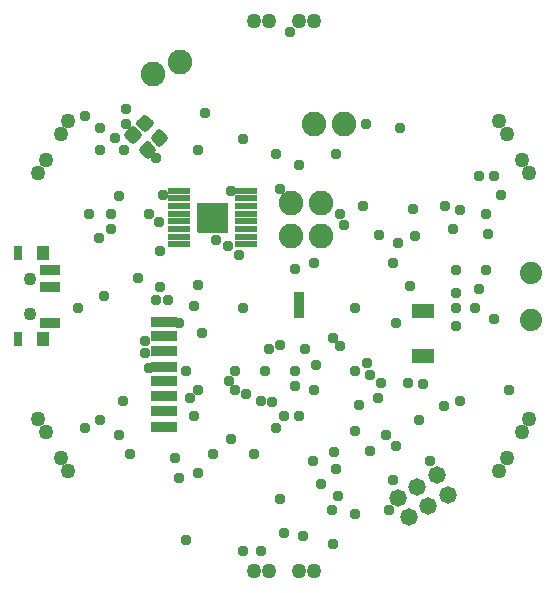
<source format=gbr>
G04 EAGLE Gerber RS-274X export*
G75*
%MOMM*%
%FSLAX34Y34*%
%LPD*%
%INSoldermask Bottom*%
%IPPOS*%
%AMOC8*
5,1,8,0,0,1.08239X$1,22.5*%
G01*
%ADD10R,2.203200X0.853200*%
%ADD11R,0.853200X2.203200*%
%ADD12C,2.082800*%
%ADD13R,1.703200X0.903200*%
%ADD14R,0.803200X1.203200*%
%ADD15R,1.003200X1.203200*%
%ADD16C,1.103200*%
%ADD17C,1.473200*%
%ADD18C,1.261200*%
%ADD19C,1.879600*%
%ADD20C,0.505344*%
%ADD21R,1.903200X1.203200*%
%ADD22R,1.879600X0.558800*%
%ADD23R,2.663200X2.513200*%
%ADD24C,0.959600*%

G36*
X168038Y332985D02*
X168038Y332985D01*
X168036Y332986D01*
X167993Y332966D01*
X167949Y332948D01*
X167949Y332946D01*
X167947Y332945D01*
X167914Y332860D01*
X167914Y308490D01*
X167915Y308488D01*
X167914Y308486D01*
X167934Y308443D01*
X167952Y308399D01*
X167954Y308399D01*
X167955Y308397D01*
X168040Y308364D01*
X193910Y308364D01*
X193912Y308365D01*
X193914Y308364D01*
X193957Y308384D01*
X194001Y308402D01*
X194001Y308404D01*
X194003Y308405D01*
X194036Y308490D01*
X194036Y332860D01*
X194036Y332862D01*
X194035Y332862D01*
X194036Y332864D01*
X194016Y332907D01*
X193998Y332951D01*
X193996Y332951D01*
X193995Y332953D01*
X193910Y332986D01*
X168040Y332986D01*
X168038Y332985D01*
G37*
%LPC*%
G36*
X171227Y322738D02*
X171227Y322738D01*
X171227Y326486D01*
X174975Y326486D01*
X174975Y322738D01*
X171227Y322738D01*
G37*
%LPD*%
%LPC*%
G36*
X179101Y322738D02*
X179101Y322738D01*
X179101Y326486D01*
X182849Y326486D01*
X182849Y322738D01*
X179101Y322738D01*
G37*
%LPD*%
%LPC*%
G36*
X186975Y322738D02*
X186975Y322738D01*
X186975Y326486D01*
X190723Y326486D01*
X190723Y322738D01*
X186975Y322738D01*
G37*
%LPD*%
%LPC*%
G36*
X171227Y314864D02*
X171227Y314864D01*
X171227Y318612D01*
X174975Y318612D01*
X174975Y314864D01*
X171227Y314864D01*
G37*
%LPD*%
%LPC*%
G36*
X179101Y314864D02*
X179101Y314864D01*
X179101Y318612D01*
X182849Y318612D01*
X182849Y314864D01*
X179101Y314864D01*
G37*
%LPD*%
%LPC*%
G36*
X186975Y314864D02*
X186975Y314864D01*
X186975Y318612D01*
X190723Y318612D01*
X190723Y314864D01*
X186975Y314864D01*
G37*
%LPD*%
D10*
X139700Y143000D03*
X139700Y156500D03*
X139700Y169500D03*
X139700Y182000D03*
X139700Y194500D03*
X139700Y207500D03*
X139700Y220000D03*
X139700Y232500D03*
D11*
X254600Y246600D03*
D12*
X247650Y333375D03*
X273050Y333375D03*
X273050Y304800D03*
X247650Y304800D03*
D13*
X43751Y276500D03*
X43751Y261500D03*
X43751Y231500D03*
D14*
X16251Y290500D03*
D15*
X37251Y290500D03*
D14*
X16251Y217500D03*
D15*
X37251Y217500D03*
D16*
X26251Y269000D03*
X26251Y239000D03*
D12*
X292100Y400050D03*
X266700Y400050D03*
D17*
X347324Y66713D03*
X363821Y76238D03*
X380319Y85763D03*
X370794Y102261D03*
X354296Y92736D03*
X337799Y83211D03*
D12*
X130770Y441816D03*
X153790Y452551D03*
D18*
X228600Y21050D03*
X254000Y21050D03*
X266700Y21050D03*
X215900Y21050D03*
X430068Y117001D03*
X442768Y138999D03*
X449118Y149997D03*
X423718Y106003D03*
X442768Y369001D03*
X430068Y390999D03*
X423718Y401997D03*
X449118Y358003D03*
X254000Y486950D03*
X228600Y486950D03*
X215900Y486950D03*
X266700Y486950D03*
X52532Y390999D03*
X39832Y369001D03*
X33482Y358003D03*
X58882Y401997D03*
X39832Y138999D03*
X52532Y117001D03*
X58882Y106003D03*
X33482Y149997D03*
D19*
X450850Y234000D03*
X450850Y274000D03*
D20*
X123597Y405246D02*
X118662Y400311D01*
X123597Y405246D02*
X128532Y400311D01*
X123597Y395376D01*
X118662Y400311D01*
X118797Y400176D02*
X128397Y400176D01*
X123867Y404976D02*
X123327Y404976D01*
X136000Y392843D02*
X131065Y387908D01*
X136000Y392843D02*
X140935Y387908D01*
X136000Y382973D01*
X131065Y387908D01*
X131200Y387773D02*
X140800Y387773D01*
X136270Y392573D02*
X135730Y392573D01*
X130848Y378109D02*
X125913Y373174D01*
X120978Y378109D01*
X125913Y383044D01*
X130848Y378109D01*
X130713Y377974D02*
X121113Y377974D01*
X125643Y382774D02*
X126183Y382774D01*
X118445Y390512D02*
X113510Y385577D01*
X108575Y390512D01*
X113510Y395447D01*
X118445Y390512D01*
X118310Y390377D02*
X108710Y390377D01*
X113240Y395177D02*
X113780Y395177D01*
D21*
X358775Y241250D03*
X358775Y203250D03*
D22*
X209169Y343425D03*
X209169Y336925D03*
X209169Y330425D03*
X209169Y323925D03*
X209169Y317425D03*
X209169Y310925D03*
X209169Y304425D03*
X209169Y297925D03*
X152781Y297925D03*
X152781Y304425D03*
X152781Y310925D03*
X152781Y317425D03*
X152781Y323925D03*
X152781Y330425D03*
X152781Y336925D03*
X152781Y343425D03*
D23*
X180975Y320675D03*
D24*
X85725Y377825D03*
X85725Y396875D03*
X107950Y412750D03*
X174625Y409575D03*
X234950Y374650D03*
X104775Y165100D03*
X419100Y234950D03*
X292100Y314325D03*
X149225Y117475D03*
X209550Y171450D03*
X301625Y244475D03*
X307975Y330200D03*
X321663Y305788D03*
X377825Y330200D03*
X314325Y187325D03*
X168275Y104775D03*
X365125Y114300D03*
X133350Y250825D03*
X117475Y269875D03*
X95250Y311150D03*
X266700Y174625D03*
X254000Y365125D03*
X285750Y374650D03*
X88900Y254000D03*
X206375Y387350D03*
X168275Y377825D03*
X222250Y38100D03*
X135918Y317164D03*
X333375Y98425D03*
X98425Y387854D03*
X73025Y142875D03*
X85725Y149225D03*
X267126Y282149D03*
X387350Y276225D03*
X412750Y276225D03*
X196850Y342900D03*
X203200Y288925D03*
X250543Y277297D03*
X384175Y311150D03*
X168275Y263525D03*
X76200Y323850D03*
X337941Y299518D03*
X282479Y73121D03*
X301625Y69568D03*
X330200Y73025D03*
X246178Y477953D03*
X133350Y371475D03*
X161925Y168275D03*
X165100Y245463D03*
X142875Y250825D03*
X136195Y261624D03*
X265712Y114300D03*
X165100Y152400D03*
X285750Y107950D03*
X273050Y95250D03*
X241300Y152400D03*
X180975Y120650D03*
X215900Y120650D03*
X234950Y142875D03*
X206375Y244475D03*
X228600Y209550D03*
X200307Y190370D03*
X171913Y223014D03*
X152400Y231775D03*
X127000Y193675D03*
X123825Y206375D03*
X123825Y215900D03*
X355600Y149225D03*
X288925Y211877D03*
X314043Y123255D03*
X387350Y257175D03*
X304800Y161925D03*
X323850Y180975D03*
X320675Y167528D03*
X282575Y218793D03*
X348134Y262409D03*
X301625Y139700D03*
X346075Y180975D03*
X358775Y179664D03*
X387350Y228600D03*
X403225Y244475D03*
X412750Y323850D03*
X387350Y244475D03*
X406400Y260350D03*
X425450Y339725D03*
X419100Y355600D03*
X406400Y355600D03*
X73025Y406400D03*
X101600Y136525D03*
X111125Y120650D03*
X158750Y47625D03*
X377194Y161294D03*
X390538Y165113D03*
X336550Y231775D03*
X206375Y38100D03*
X241300Y53975D03*
X257175Y50800D03*
X282575Y44450D03*
X431800Y174625D03*
X225270Y190500D03*
X184150Y301625D03*
X136525Y292100D03*
X105763Y377825D03*
X107950Y400050D03*
X339725Y396875D03*
X268996Y195971D03*
X333375Y281894D03*
X288925Y323850D03*
X311150Y400050D03*
X253878Y152400D03*
X283691Y121766D03*
X238125Y82550D03*
X66675Y244475D03*
X152682Y100375D03*
X286844Y84587D03*
X390525Y327025D03*
X413866Y306859D03*
X350873Y328013D03*
X352329Y304896D03*
X336124Y127426D03*
X311842Y197542D03*
X301625Y190500D03*
X259535Y209550D03*
X328013Y136525D03*
X139093Y339725D03*
X193675Y296771D03*
X231338Y164855D03*
X222250Y165100D03*
X168351Y174701D03*
X158750Y190500D03*
X84609Y303684D03*
X102037Y339310D03*
X200025Y174625D03*
X195186Y182639D03*
X238125Y345087D03*
X95250Y323850D03*
X127000Y323850D03*
X196850Y133350D03*
X238125Y212725D03*
X250825Y190500D03*
X250825Y177800D03*
M02*

</source>
